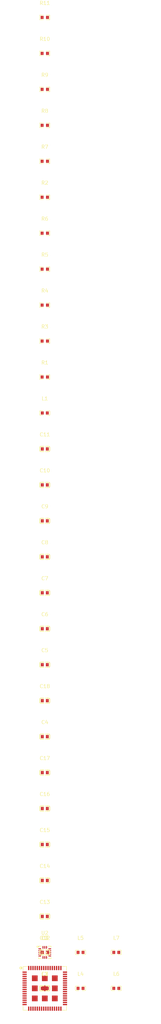
<source format=kicad_pcb>
(kicad_pcb (version 20241229) (generator "pcbnew") (generator_version "9.0")
  (layers (0 "F.Cu" signal) (2 "B.Cu" signal) (13 "F.Paste" user) (15 "B.Paste" user) (5 "F.SilkS" user "F.Silkscreen") (7 "B.SilkS" user "B.Silkscreen") (1 "F.Mask" user) (3 "B.Mask" user) (25 "Edge.Cuts" user))
  (net 0 "")
  (net 1 "PC13")
  (net 2 "PA2_UART2_TX")
  (net 3 "PA3_UART2_RX")
  (net 4 "PC0")
  (net 5 "VLXSMPS")
  (net 6 "PC6")
  (net 7 "PC4")
  (net 8 "CS")
  (net 9 "PB7_UART1_RX")
  (net 10 "INT1")
  (net 11 "VBAT")
  (net 12 "ADC3")
  (net 13 "INT2")
  (net 14 "PA4")
  (net 15 "PA5")
  (net 16 "PB9")
  (net 17 "ADC1")
  (net 18 "PB15")
  (net 19 "PA13")
  (net 20 "PB5")
  (net 21 "SDO_SA0")
  (net 22 "PC1")
  (net 23 "footprint-net-25")
  (net 24 "PA14")
  (net 25 "PC5")
  (net 26 "VREFpos")
  (net 27 "VFBSMPS")
  (net 28 "PB3")
  (net 29 "footprint-net-24")
  (net 30 "PB8")
  (net 31 "PB4")
  (net 32 "ADC2")
  (net 33 "PC3")
  (net 34 "RES")
  (net 35 "RF_OUT")
  (net 36 "PB1")
  (net 37 "PA10")
  (net 38 "footprint-net-23")
  (net 39 "PA7")
  (net 40 "PB13")
  (net 41 "PB10")
  (net 42 "footprint-net-22")
  (net 43 "PA6")
  (net 44 "footprint-net-21")
  (net 45 "footprint-net-20")
  (net 46 "PB14")
  (net 47 "VDDMPS")
  (net 48 "PB12")
  (net 49 "PA8")
  (net 50 "NRST")
  (net 51 "PC2")
  (net 52 "PA11")
  (net 53 "PA9")
  (net 54 "PB11")
  (net 55 "BOOT0")
  (net 56 "PB2")
  (net 57 "PA12")
  (net 58 "footprint-net-12")
  (net 59 "footprint-net-5")
  (net 60 "footprint-net-18")
  (net 61 "footprint-net-19")
  (net 62 "footprint-net-13")
  (net 63 "footprint-net-6")
  (net 64 "vcc")
  (net 65 "i2c_sda")
  (net 66 "gnd")
  (net 67 "footprint-net-7")
  (net 68 "footprint-net-0")
  (net 69 "i2c_scl")
  (net 70 "footprint-net-8")
  (net 71 "footprint-net-1")
  (net 72 "footprint-net-14")
  (net 73 "footprint-net-9")
  (net 74 "footprint-net-2")
  (net 75 "footprint-net-15")
  (net 76 "footprint-net-16")
  (net 77 "footprint-net-10")
  (net 78 "footprint-net-3")
  (net 79 "footprint-net-11")
  (net 80 "footprint-net-4")
  (net 81 "footprint-net-17")
  (net 82 "coil_b-net-2")
  (net 83 "coil_a-net-0")
  (net 84 "coil_b-net-3")
  (net 85 "coil_a-net-4")
  (net 86 "coil_a-net-1")
  (net 87 "coil_b-net-0")
  (net 88 "coil_a-net-5")
  (net 89 "coil_b-net-1")
  (net 90 "coil_b-net-5")
  (net 91 "coil_a-net-2")
  (net 92 "coil_b-net-4")
  (net 93 "coil_a-net-3")
  (footprint "UNI_ROYAL_0603WAF1002T5E:R0603" (layer "F.Cu") (at 0 -200)
    (property "Reference" "R5" (at 0 -4 0) (layer "F.SilkS"))
    (property "Value" "10kΩ ±1% 100mW")
    (fp_text user "${REFERENCE}" (at 0 -4 0) (layer "F.SilkS"))
    (pad "1" smd rect (at -0.75 0) (size 0.81 0.86) (layers "F.Cu" "F.Mask" "F.Paste") (net 70 "footprint-net-8"))
    (pad "2" smd rect (at 0.75 0) (size 0.81 0.86) (layers "F.Cu" "F.Mask" "F.Paste") (net 73 "footprint-net-9"))
  )
  (footprint "UNI_ROYAL_0603WAF1002T5E:R0603" (layer "F.Cu") (at 0 -180)
    (property "Reference" "R3" (at 0 -4 0) (layer "F.SilkS"))
    (property "Value" "10kΩ ±1% 100mW")
    (fp_text user "${REFERENCE}" (at 0 -4 0) (layer "F.SilkS"))
    (pad "1" smd rect (at -0.75 0) (size 0.81 0.86) (layers "F.Cu" "F.Mask" "F.Paste") (net 80 "footprint-net-4"))
    (pad "2" smd rect (at 0.75 0) (size 0.81 0.86) (layers "F.Cu" "F.Mask" "F.Paste") (net 59 "footprint-net-5"))
  )
  (footprint "UNI_ROYAL_0603WAF1002T5E:R0603" (layer "F.Cu") (at 0 -190)
    (property "Reference" "R4" (at 0 -4 0) (layer "F.SilkS"))
    (property "Value" "10kΩ ±1% 100mW")
    (fp_text user "${REFERENCE}" (at 0 -4 0) (layer "F.SilkS"))
    (pad "1" smd rect (at -0.75 0) (size 0.81 0.86) (layers "F.Cu" "F.Mask" "F.Paste") (net 63 "footprint-net-6"))
    (pad "2" smd rect (at 0.75 0) (size 0.81 0.86) (layers "F.Cu" "F.Mask" "F.Paste") (net 67 "footprint-net-7"))
  )
  (footprint "UNI_ROYAL_0603WAF1002T5E:R0603" (layer "F.Cu") (at 0 -220)
    (property "Reference" "R2" (at 0 -4 0) (layer "F.SilkS"))
    (property "Value" "10kΩ ±1% 100mW")
    (fp_text user "${REFERENCE}" (at 0 -4 0) (layer "F.SilkS"))
    (pad "1" smd rect (at -0.75 0) (size 0.81 0.86) (layers "F.Cu" "F.Mask" "F.Paste") (net 58 "footprint-net-12"))
    (pad "2" smd rect (at 0.75 0) (size 0.81 0.86) (layers "F.Cu" "F.Mask" "F.Paste") (net 62 "footprint-net-13"))
  )
  (footprint "YAGEO_CC0603KRX7R9BB104:C0603" (layer "F.Cu") (at 0 -80)
    (property "Reference" "C18" (at 0 -4 0) (layer "F.SilkS"))
    (property "Value" "100nF ±10% 50V X7R")
    (fp_text user "${REFERENCE}" (at 0 -4 0) (layer "F.SilkS"))
    (pad "1" smd rect (at -0.7 0) (size 0.8 0.9) (layers "F.Cu" "F.Mask" "F.Paste") (net 64 "vcc"))
    (pad "2" smd rect (at 0.7 0) (size 0.8 0.9) (layers "F.Cu" "F.Mask" "F.Paste") (net 66 "gnd"))
  )
  (footprint "FH_CBG160808U820T:L0603" (layer "F.Cu") (at 0 0)
    (property "Reference" "C1" (at 0 -4 0) (layer "F.SilkS"))
    (property "Value" "")
    (fp_text user "${REFERENCE}" (at 0 -4 0) (layer "F.SilkS"))
    (pad "1" smd rect (at -0.7 0 180) (size 0.8 0.86) (layers "F.Cu" "F.Mask" "F.Paste") (net 64 "vcc"))
    (pad "2" smd rect (at 0.7 0 180) (size 0.8 0.86) (layers "F.Cu" "F.Mask" "F.Paste") (net 66 "gnd"))
  )
  (footprint "YAGEO_CC0603KRX7R9BB104:C0603" (layer "F.Cu") (at 0 -40)
    (property "Reference" "C15" (at 0 -4 0) (layer "F.SilkS"))
    (property "Value" "100nF ±10% 50V X7R")
    (fp_text user "${REFERENCE}" (at 0 -4 0) (layer "F.SilkS"))
    (pad "1" smd rect (at -0.7 0) (size 0.8 0.9) (layers "F.Cu" "F.Mask" "F.Paste") (net 64 "vcc"))
    (pad "2" smd rect (at 0.7 0) (size 0.8 0.9) (layers "F.Cu" "F.Mask" "F.Paste") (net 66 "gnd"))
  )
  (footprint "YAGEO_CC0603KRX7R9BB104:C0603" (layer "F.Cu") (at 0 -110)
    (property "Reference" "C7" (at 0 -4 0) (layer "F.SilkS"))
    (property "Value" "100nF ±10% 50V X7R")
    (fp_text user "${REFERENCE}" (at 0 -4 0) (layer "F.SilkS"))
    (pad "1" smd rect (at -0.7 0) (size 0.8 0.9) (layers "F.Cu" "F.Mask" "F.Paste") (net 64 "vcc"))
    (pad "2" smd rect (at 0.7 0) (size 0.8 0.9) (layers "F.Cu" "F.Mask" "F.Paste") (net 66 "gnd"))
  )
  (footprint "YAGEO_CC0603KRX7R9BB104:C0603" (layer "F.Cu") (at 0 -130)
    (property "Reference" "C9" (at 0 -4 0) (layer "F.SilkS"))
    (property "Value" "100nF ±10% 50V X7R")
    (fp_text user "${REFERENCE}" (at 0 -4 0) (layer "F.SilkS"))
    (pad "1" smd rect (at -0.7 0) (size 0.8 0.9) (layers "F.Cu" "F.Mask" "F.Paste") (net 64 "vcc"))
    (pad "2" smd rect (at 0.7 0) (size 0.8 0.9) (layers "F.Cu" "F.Mask" "F.Paste") (net 66 "gnd"))
  )
  (footprint "UNI_ROYAL_0603WAF1002T5E:R0603" (layer "F.Cu") (at 0 -260)
    (property "Reference" "R10" (at 0 -4 0) (layer "F.SilkS"))
    (property "Value" "10kΩ ±1% 100mW")
    (fp_text user "${REFERENCE}" (at 0 -4 0) (layer "F.SilkS"))
    (pad "1" smd rect (at -0.75 0) (size 0.81 0.86) (layers "F.Cu" "F.Mask" "F.Paste") (net 76 "footprint-net-16"))
    (pad "2" smd rect (at 0.75 0) (size 0.81 0.86) (layers "F.Cu" "F.Mask" "F.Paste") (net 81 "footprint-net-17"))
  )
  (footprint "UNI_ROYAL_0603WAF1002T5E:R0603" (layer "F.Cu") (at 0 -210)
    (property "Reference" "R6" (at 0 -4 0) (layer "F.SilkS"))
    (property "Value" "10kΩ ±1% 100mW")
    (fp_text user "${REFERENCE}" (at 0 -4 0) (layer "F.SilkS"))
    (pad "1" smd rect (at -0.75 0) (size 0.81 0.86) (layers "F.Cu" "F.Mask" "F.Paste") (net 77 "footprint-net-10"))
    (pad "2" smd rect (at 0.75 0) (size 0.81 0.86) (layers "F.Cu" "F.Mask" "F.Paste") (net 79 "footprint-net-11"))
  )
  (footprint "UNI_ROYAL_0603WAF1002T5E:R0603" (layer "F.Cu") (at 0 -170)
    (property "Reference" "R1" (at 0 -4 0) (layer "F.SilkS"))
    (property "Value" "10kΩ ±1% 100mW")
    (fp_text user "${REFERENCE}" (at 0 -4 0) (layer "F.SilkS"))
    (pad "1" smd rect (at -0.75 0) (size 0.81 0.86) (layers "F.Cu" "F.Mask" "F.Paste") (net 74 "footprint-net-2"))
    (pad "2" smd rect (at 0.75 0) (size 0.81 0.86) (layers "F.Cu" "F.Mask" "F.Paste") (net 78 "footprint-net-3"))
  )
  (footprint "YAGEO_CC0603KRX7R9BB104:C0603" (layer "F.Cu") (at 0 -10)
    (property "Reference" "C12" (at 0 -4 0) (layer "F.SilkS"))
    (property "Value" "100nF ±10% 50V X7R")
    (fp_text user "${REFERENCE}" (at 0 -4 0) (layer "F.SilkS"))
    (pad "1" smd rect (at -0.7 0) (size 0.8 0.9) (layers "F.Cu" "F.Mask" "F.Paste") (net 64 "vcc"))
    (pad "2" smd rect (at 0.7 0) (size 0.8 0.9) (layers "F.Cu" "F.Mask" "F.Paste") (net 66 "gnd"))
  )
  (footprint "Murata_Electronics_LQM18FN100M00D:L0603" (layer "F.Cu") (at 10 0)
    (property "Reference" "L4" (at 0 -4 0) (layer "F.SilkS"))
    (property "Value" "10µH ±20% 30MHz 50mA 1.17Ω")
    (fp_text user "${REFERENCE}" (at 0 -4 0) (layer "F.SilkS"))
    (pad "1" smd rect (at -0.7 0 180) (size 0.8 0.86) (layers "F.Cu" "F.Mask" "F.Paste") (net 91 "coil_a-net-2"))
    (pad "2" smd rect (at 0.7 0 180) (size 0.8 0.86) (layers "F.Cu" "F.Mask" "F.Paste") (net 93 "coil_a-net-3"))
  )
  (footprint "YAGEO_CC0603KRX7R9BB104:C0603" (layer "F.Cu") (at 0 -150)
    (property "Reference" "C11" (at 0 -4 0) (layer "F.SilkS"))
    (property "Value" "100nF ±10% 50V X7R")
    (fp_text user "${REFERENCE}" (at 0 -4 0) (layer "F.SilkS"))
    (pad "1" smd rect (at -0.7 0) (size 0.8 0.9) (layers "F.Cu" "F.Mask" "F.Paste") (net 64 "vcc"))
    (pad "2" smd rect (at 0.7 0) (size 0.8 0.9) (layers "F.Cu" "F.Mask" "F.Paste") (net 66 "gnd"))
  )
  (footprint "Murata_Electronics_LQM18FN100M00D:L0603" (layer "F.Cu") (at 20 0)
    (property "Reference" "L6" (at 0 -4 0) (layer "F.SilkS"))
    (property "Value" "10µH ±20% 30MHz 50mA 1.17Ω")
    (fp_text user "${REFERENCE}" (at 0 -4 0) (layer "F.SilkS"))
    (pad "1" smd rect (at -0.7 0 180) (size 0.8 0.86) (layers "F.Cu" "F.Mask" "F.Paste") (net 85 "coil_a-net-4"))
    (pad "2" smd rect (at 0.7 0 180) (size 0.8 0.86) (layers "F.Cu" "F.Mask" "F.Paste") (net 88 "coil_a-net-5"))
  )
  (footprint "Murata_Electronics_LQM18FN100M00D:L0603" (layer "F.Cu") (at 10 -10)
    (property "Reference" "L5" (at 0 -4 0) (layer "F.SilkS"))
    (property "Value" "10µH ±20% 30MHz 50mA 1.17Ω")
    (fp_text user "${REFERENCE}" (at 0 -4 0) (layer "F.SilkS"))
    (pad "1" smd rect (at -0.7 0 180) (size 0.8 0.86) (layers "F.Cu" "F.Mask" "F.Paste") (net 82 "coil_b-net-2"))
    (pad "2" smd rect (at 0.7 0 180) (size 0.8 0.86) (layers "F.Cu" "F.Mask" "F.Paste") (net 84 "coil_b-net-3"))
  )
  (footprint "UNI_ROYAL_0603WAF1002T5E:R0603" (layer "F.Cu") (at 0 -230)
    (property "Reference" "R7" (at 0 -4 0) (layer "F.SilkS"))
    (property "Value" "10kΩ ±1% 100mW")
    (fp_text user "${REFERENCE}" (at 0 -4 0) (layer "F.SilkS"))
    (pad "1" smd rect (at -0.75 0) (size 0.81 0.86) (layers "F.Cu" "F.Mask" "F.Paste") (net 64 "vcc"))
    (pad "2" smd rect (at 0.75 0) (size 0.81 0.86) (layers "F.Cu" "F.Mask" "F.Paste") (net 65 "i2c_sda"))
  )
  (footprint "UNI_ROYAL_0603WAF1002T5E:R0603" (layer "F.Cu") (at 0 -270)
    (property "Reference" "R11" (at 0 -4 0) (layer "F.SilkS"))
    (property "Value" "10kΩ ±1% 100mW")
    (fp_text user "${REFERENCE}" (at 0 -4 0) (layer "F.SilkS"))
    (pad "1" smd rect (at -0.75 0) (size 0.81 0.86) (layers "F.Cu" "F.Mask" "F.Paste") (net 60 "footprint-net-18"))
    (pad "2" smd rect (at 0.75 0) (size 0.81 0.86) (layers "F.Cu" "F.Mask" "F.Paste") (net 61 "footprint-net-19"))
  )
  (footprint "STMicroelectronics_LIS3DHTR:LGA-16_L3.0-W3.0-P0.50-TL" (layer "F.Cu") (at 0 -10)
    (property "Reference" "U2" (at 0 -5.4 0) (layer "F.SilkS"))
    (property "Value" "")
    (fp_text user "${REFERENCE}" (at 0 -5.4 0) (layer "F.SilkS"))
    (pad "1" smd oval (at -1.4 -1) (size 0.8 0.28) (layers "F.Cu" "F.Mask" "F.Paste") (net 64 "vcc"))
    (pad "2" smd oval (at -1.4 -0.5) (size 0.8 0.28) (layers "F.Cu" "F.Mask" "F.Paste") (net 29 "footprint-net-24"))
    (pad "3" smd oval (at -1.4 0) (size 0.8 0.28) (layers "F.Cu" "F.Mask" "F.Paste") (net 23 "footprint-net-25"))
    (pad "4" smd oval (at -1.4 0.5) (size 0.8 0.28) (layers "F.Cu" "F.Mask" "F.Paste") (net 69 "i2c_scl"))
    (pad "5" smd oval (at -1.4 1) (size 0.8 0.28) (layers "F.Cu" "F.Mask" "F.Paste") (net 66 "gnd"))
    (pad "6" smd oval (at -0.5 1.4) (size 0.28 0.8) (layers "F.Cu" "F.Mask" "F.Paste") (net 65 "i2c_sda"))
    (pad "7" smd oval (at 0 1.4) (size 0.28 0.8) (layers "F.Cu" "F.Mask" "F.Paste") (net 21 "SDO_SA0"))
    (pad "8" smd oval (at 0.5 1.4) (size 0.28 0.8) (layers "F.Cu" "F.Mask" "F.Paste") (net 8 "CS"))
    (pad "9" smd oval (at 1.4 1) (size 0.8 0.28) (layers "F.Cu" "F.Mask" "F.Paste") (net 13 "INT2"))
    (pad "10" smd oval (at 1.4 0.5) (size 0.8 0.28) (layers "F.Cu" "F.Mask" "F.Paste") (net 34 "RES"))
    (pad "11" smd oval (at 1.4 0) (size 0.8 0.28) (layers "F.Cu" "F.Mask" "F.Paste") (net 10 "INT1"))
    (pad "12" smd oval (at 1.4 -0.5) (size 0.8 0.28) (layers "F.Cu" "F.Mask" "F.Paste") (net 66 "gnd"))
    (pad "13" smd oval (at 1.4 -1) (size 0.8 0.28) (layers "F.Cu" "F.Mask" "F.Paste") (net 12 "ADC3"))
    (pad "14" smd oval (at 0.5 -1.4) (size 0.28 0.8) (layers "F.Cu" "F.Mask" "F.Paste") (net 64 "vcc"))
    (pad "15" smd oval (at 0 -1.4) (size 0.28 0.8) (layers "F.Cu" "F.Mask" "F.Paste") (net 32 "ADC2"))
    (pad "16" smd oval (at -0.5 -1.4) (size 0.28 0.8) (layers "F.Cu" "F.Mask" "F.Paste") (net 17 "ADC1"))
  )
  (footprint "YAGEO_CC0603KRX7R9BB104:C0603" (layer "F.Cu") (at 0 0)
    (property "Reference" "C3" (at 0 -4 0) (layer "F.SilkS"))
    (property "Value" "100nF ±10% 50V X7R")
    (fp_text user "${REFERENCE}" (at 0 -4 0) (layer "F.SilkS"))
    (pad "1" smd rect (at -0.7 0) (size 0.8 0.9) (layers "F.Cu" "F.Mask" "F.Paste") (net 64 "vcc"))
    (pad "2" smd rect (at 0.7 0) (size 0.8 0.9) (layers "F.Cu" "F.Mask" "F.Paste") (net 66 "gnd"))
  )
  (footprint "YAGEO_CC0603KRX7R9BB104:C0603" (layer "F.Cu") (at 0 -140)
    (property "Reference" "C10" (at 0 -4 0) (layer "F.SilkS"))
    (property "Value" "100nF ±10% 50V X7R")
    (fp_text user "${REFERENCE}" (at 0 -4 0) (layer "F.SilkS"))
    (pad "1" smd rect (at -0.7 0) (size 0.8 0.9) (layers "F.Cu" "F.Mask" "F.Paste") (net 64 "vcc"))
    (pad "2" smd rect (at 0.7 0) (size 0.8 0.9) (layers "F.Cu" "F.Mask" "F.Paste") (net 66 "gnd"))
  )
  (footprint "YAGEO_CC0603KRX7R9BB104:C0603" (layer "F.Cu") (at 0 -70)
    (property "Reference" "C4" (at 0 -4 0) (layer "F.SilkS"))
    (property "Value" "100nF ±10% 50V X7R")
    (fp_text user "${REFERENCE}" (at 0 -4 0) (layer "F.SilkS"))
    (pad "1" smd rect (at -0.7 0) (size 0.8 0.9) (layers "F.Cu" "F.Mask" "F.Paste") (net 64 "vcc"))
    (pad "2" smd rect (at 0.7 0) (size 0.8 0.9) (layers "F.Cu" "F.Mask" "F.Paste") (net 66 "gnd"))
  )
  (footprint "YAGEO_CC0603KRX7R9BB104:C0603" (layer "F.Cu") (at 0 -120)
    (property "Reference" "C8" (at 0 -4 0) (layer "F.SilkS"))
    (property "Value" "100nF ±10% 50V X7R")
    (fp_text user "${REFERENCE}" (at 0 -4 0) (layer "F.SilkS"))
    (pad "1" smd rect (at -0.7 0) (size 0.8 0.9) (layers "F.Cu" "F.Mask" "F.Paste") (net 64 "vcc"))
    (pad "2" smd rect (at 0.7 0) (size 0.8 0.9) (layers "F.Cu" "F.Mask" "F.Paste") (net 66 "gnd"))
  )
  (footprint "YAGEO_CC0603KRX7R9BB104:C0603" (layer "F.Cu") (at 0 -50)
    (property "Reference" "C16" (at 0 -4 0) (layer "F.SilkS"))
    (property "Value" "100nF ±10% 50V X7R")
    (fp_text user "${REFERENCE}" (at 0 -4 0) (layer "F.SilkS"))
    (pad "1" smd rect (at -0.7 0) (size 0.8 0.9) (layers "F.Cu" "F.Mask" "F.Paste") (net 64 "vcc"))
    (pad "2" smd rect (at 0.7 0) (size 0.8 0.9) (layers "F.Cu" "F.Mask" "F.Paste") (net 66 "gnd"))
  )
  (footprint "RAKwireless_RAK3172_SIP_8_SM_NI:LGA-73_L12.0-W12.0-P0.60-TL" (layer "F.Cu") (at 0 0)
    (property "Reference" "U1" (at 0 -9.65 0) (layer "F.SilkS"))
    (property "Value" "")
    (fp_text user "${REFERENCE}" (at 0 -9.65 0) (layer "F.SilkS"))
    (pad "1" smd rect (at -5.65 -4.5) (size 1.17 0.37) (layers "F.Cu" "F.Mask" "F.Paste") (net 19 "PA13"))
    (pad "2" smd rect (at -5.65 -3.9) (size 1.17 0.37) (layers "F.Cu" "F.Mask" "F.Paste") (net 24 "PA14"))
    (pad "3" smd rect (at -5.65 -3.3) (size 1.17 0.37) (layers "F.Cu" "F.Mask" "F.Paste") (net 64 "vcc"))
    (pad "4" smd rect (at -5.65 -2.7) (size 1.17 0.37) (layers "F.Cu" "F.Mask" "F.Paste") (net 11 "VBAT"))
    (pad "5" smd rect (at -5.65 -2.1) (size 1.17 0.37) (layers "F.Cu" "F.Mask" "F.Paste") (net 1 "PC13"))
    (pad "6" smd rect (at -5.65 -1.5) (size 1.17 0.37) (layers "F.Cu" "F.Mask" "F.Paste") (net 26 "VREFpos"))
    (pad "7" smd rect (at -5.65 -0.9) (size 1.17 0.37) (layers "F.Cu" "F.Mask" "F.Paste") (net 64 "vcc"))
    (pad "8" smd rect (at -5.65 -0.3) (size 1.17 0.37) (layers "F.Cu" "F.Mask" "F.Paste") (net 69 "i2c_scl"))
    (pad "9" smd rect (at -5.65 0.3) (size 1.17 0.37) (layers "F.Cu" "F.Mask" "F.Paste") (net 18 "PB15"))
    (pad "10" smd rect (at -5.65 0.9) (size 1.17 0.37) (layers "F.Cu" "F.Mask" "F.Paste") (net 27 "VFBSMPS"))
    (pad "11" smd rect (at -5.65 1.5) (size 1.17 0.37) (layers "F.Cu" "F.Mask" "F.Paste") (net 47 "VDDMPS"))
    (pad "12" smd rect (at -5.65 2.1) (size 1.17 0.37) (layers "F.Cu" "F.Mask" "F.Paste") (net 66 "gnd"))
    (pad "13" smd rect (at -5.65 2.7) (size 1.17 0.37) (layers "F.Cu" "F.Mask" "F.Paste") (net 5 "VLXSMPS"))
    (pad "14" smd rect (at -5.65 3.3) (size 1.17 0.37) (layers "F.Cu" "F.Mask" "F.Paste") (net 28 "PB3"))
    (pad "15" smd rect (at -5.65 3.9) (size 1.17 0.37) (layers "F.Cu" "F.Mask" "F.Paste") (net 31 "PB4"))
    (pad "16" smd rect (at -5.65 4.5) (size 1.17 0.37) (layers "F.Cu" "F.Mask" "F.Paste") (net 20 "PB5"))
    (pad "17" smd rect (at -4.5 5.65) (size 0.37 1.17) (layers "F.Cu" "F.Mask" "F.Paste") (net 65 "i2c_sda"))
    (pad "18" smd rect (at -3.9 5.65) (size 0.37 1.17) (layers "F.Cu" "F.Mask" "F.Paste") (net 9 "PB7_UART1_RX"))
    (pad "19" smd rect (at -3.3 5.65) (size 0.37 1.17) (layers "F.Cu" "F.Mask" "F.Paste") (net 30 "PB8"))
    (pad "20" smd rect (at -2.7 5.65) (size 0.37 1.17) (layers "F.Cu" "F.Mask" "F.Paste") (net 16 "PB9"))
    (pad "21" smd rect (at -2.1 5.65) (size 0.37 1.17) (layers "F.Cu" "F.Mask" "F.Paste") (net 4 "PC0"))
    (pad "22" smd rect (at -1.5 5.65) (size 0.37 1.17) (layers "F.Cu" "F.Mask" "F.Paste") (net 22 "PC1"))
    (pad "23" smd rect (at -0.9 5.65) (size 0.37 1.17) (layers "F.Cu" "F.Mask" "F.Paste") (net 51 "PC2"))
    (pad "24" smd rect (at -0.3 5.65) (size 0.37 1.17) (layers "F.Cu" "F.Mask" "F.Paste") (net 33 "PC3"))
    (pad "25" smd rect (at 0.3 5.65) (size 0.37 1.17) (layers "F.Cu" "F.Mask" "F.Paste") (net 7 "PC4"))
    (pad "26" smd rect (at 0.9 5.65) (size 0.37 1.17) (layers "F.Cu" "F.Mask" "F.Paste") (net 25 "PC5"))
    (pad "27" smd rect (at 1.5 5.65) (size 0.37 1.17) (layers "F.Cu" "F.Mask" "F.Paste") (net 6 "PC6"))
    (pad "28" smd rect (at 2.1 5.65) (size 0.37 1.17) (layers "F.Cu" "F.Mask" "F.Paste") (net 66 "gnd"))
    (pad "29" smd rect (at 2.7 5.65) (size 0.37 1.17) (layers "F.Cu" "F.Mask" "F.Paste") (net 2 "PA2_UART2_TX"))
    (pad "30" smd rect (at 3.3 5.65) (size 0.37 1.17) (layers "F.Cu" "F.Mask" "F.Paste") (net 3 "PA3_UART2_RX"))
    (pad "31" smd rect (at 3.9 5.65) (size 0.37 1.17) (layers "F.Cu" "F.Mask" "F.Paste") (net 14 "PA4"))
    (pad "32" smd rect (at 4.5 5.65) (size 0.37 1.17) (layers "F.Cu" "F.Mask" "F.Paste") (net 15 "PA5"))
    (pad "33" smd rect (at 5.65 4.5) (size 1.17 0.37) (layers "F.Cu" "F.Mask" "F.Paste") (net 43 "PA6"))
    (pad "34" smd rect (at 5.65 3.9) (size 1.17 0.37) (layers "F.Cu" "F.Mask" "F.Paste") (net 39 "PA7"))
    (pad "35" smd rect (at 5.65 3.3) (size 1.17 0.37) (layers "F.Cu" "F.Mask" "F.Paste") (net 66 "gnd"))
    (pad "36" smd rect (at 5.65 2.7) (size 1.17 0.37) (layers "F.Cu" "F.Mask" "F.Paste") (net 66 "gnd"))
    (pad "37" smd rect (at 5.65 2.1) (size 1.17 0.37) (layers "F.Cu" "F.Mask" "F.Paste") (net 35 "RF_OUT"))
    (pad "38" smd rect (at 5.65 1.5) (size 1.17 0.37) (layers "F.Cu" "F.Mask" "F.Paste") (net 66 "gnd"))
    (pad "39" smd rect (at 5.65 0.9) (size 1.17 0.37) (layers "F.Cu" "F.Mask" "F.Paste") (net 66 "gnd"))
    (pad "40" smd rect (at 5.65 0.3) (size 1.17 0.37) (layers "F.Cu" "F.Mask" "F.Paste") (net 45 "footprint-net-20"))
    (pad "41" smd rect (at 5.65 -0.3) (size 1.17 0.37) (layers "F.Cu" "F.Mask" "F.Paste") (net 44 "footprint-net-21"))
    (pad "42" smd rect (at 5.65 -0.9) (size 1.17 0.37) (layers "F.Cu" "F.Mask" "F.Paste") (net 42 "footprint-net-22"))
    (pad "43" smd rect (at 5.65 -1.5) (size 1.17 0.37) (layers "F.Cu" "F.Mask" "F.Paste") (net 55 "BOOT0"))
    (pad "44" smd rect (at 5.65 -2.1) (size 1.17 0.37) (layers "F.Cu" "F.Mask" "F.Paste") (net 50 "NRST"))
    (pad "45" smd rect (at 5.65 -2.7) (size 1.17 0.37) (layers "F.Cu" "F.Mask" "F.Paste") (net 38 "footprint-net-23"))
    (pad "46" smd rect (at 5.65 -3.3) (size 1.17 0.37) (layers "F.Cu" "F.Mask" "F.Paste") (net 66 "gnd"))
    (pad "47" smd rect (at 5.65 -3.9) (size 1.17 0.37) (layers "F.Cu" "F.Mask" "F.Paste") (net 66 "gnd"))
    (pad "48" smd rect (at 5.65 -4.5) (size 1.17 0.37) (layers "F.Cu" "F.Mask" "F.Paste") (net 54 "PB11"))
    (pad "49" smd rect (at 4.5 -5.65) (size 0.37 1.17) (layers "F.Cu" "F.Mask" "F.Paste") (net 41 "PB10"))
    (pad "50" smd rect (at 3.9 -5.65) (size 0.37 1.17) (layers "F.Cu" "F.Mask" "F.Paste") (net 53 "PA9"))
    (pad "51" smd rect (at 3.3 -5.65) (size 0.37 1.17) (layers "F.Cu" "F.Mask" "F.Paste") (net 49 "PA8"))
    (pad "52" smd rect (at 2.7 -5.65) (size 0.37 1.17) (layers "F.Cu" "F.Mask" "F.Paste") (net 66 "gnd"))
    (pad "53" smd rect (at 2.1 -5.65) (size 0.37 1.17) (layers "F.Cu" "F.Mask" "F.Paste") (net 64 "vcc"))
    (pad "54" smd rect (at 1.5 -5.65) (size 0.37 1.17) (layers "F.Cu" "F.Mask" "F.Paste") (net 64 "vcc"))
    (pad "55" smd rect (at 0.9 -5.65) (size 0.37 1.17) (layers "F.Cu" "F.Mask" "F.Paste") (net 64 "vcc"))
    (pad "56" smd rect (at 0.3 -5.65) (size 0.37 1.17) (layers "F.Cu" "F.Mask" "F.Paste") (net 66 "gnd"))
    (pad "57" smd rect (at -0.3 -5.65) (size 0.37 1.17) (layers "F.Cu" "F.Mask" "F.Paste") (net 36 "PB1"))
    (pad "58" smd rect (at -0.9 -5.65) (size 0.37 1.17) (layers "F.Cu" "F.Mask" "F.Paste") (net 56 "PB2"))
    (pad "59" smd rect (at -1.5 -5.65) (size 0.37 1.17) (layers "F.Cu" "F.Mask" "F.Paste") (net 48 "PB12"))
    (pad "60" smd rect (at -2.1 -5.65) (size 0.37 1.17) (layers "F.Cu" "F.Mask" "F.Paste") (net 40 "PB13"))
    (pad "61" smd rect (at -2.7 -5.65) (size 0.37 1.17) (layers "F.Cu" "F.Mask" "F.Paste") (net 46 "PB14"))
    (pad "62" smd rect (at -3.3 -5.65) (size 0.37 1.17) (layers "F.Cu" "F.Mask" "F.Paste") (net 37 "PA10"))
    (pad "63" smd rect (at -3.9 -5.65) (size 0.37 1.17) (layers "F.Cu" "F.Mask" "F.Paste") (net 52 "PA11"))
    (pad "64" smd rect (at -4.5 -5.65) (size 0.37 1.17) (layers "F.Cu" "F.Mask" "F.Paste") (net 57 "PA12"))
    (pad "65" smd rect (at -2.8 -2.8) (size 1.6 1.6) (layers "F.Cu" "F.Mask" "F.Paste") (net 66 "gnd"))
    (pad "66" smd rect (at 0 -2.8) (size 1.6 1.6) (layers "F.Cu" "F.Mask" "F.Paste") (net 66 "gnd"))
    (pad "67" smd rect (at 2.8 -2.8) (size 1.6 1.6) (layers "F.Cu" "F.Mask" "F.Paste") (net 66 "gnd"))
    (pad "68" smd rect (at -2.8 0) (size 1.6 1.6) (layers "F.Cu" "F.Mask" "F.Paste") (net 66 "gnd"))
    (pad "69" smd rect (at 0 0) (size 1.6 1.6) (layers "F.Cu" "F.Mask" "F.Paste") (net 66 "gnd"))
    (pad "70" smd rect (at 2.8 0) (size 1.6 1.6) (layers "F.Cu" "F.Mask" "F.Paste") (net 66 "gnd"))
    (pad "71" smd rect (at -2.8 2.8) (size 1.6 1.6) (layers "F.Cu" "F.Mask" "F.Paste") (net 66 "gnd"))
    (pad "72" smd rect (at 0 2.8) (size 1.6 1.6) (layers "F.Cu" "F.Mask" "F.Paste") (net 66 "gnd"))
    (pad "73" smd rect (at 2.8 2.8) (size 1.6 1.6) (layers "F.Cu" "F.Mask" "F.Paste") (net 66 "gnd"))
  )
  (footprint "UNI_ROYAL_0603WAF1002T5E:R0603" (layer "F.Cu") (at 0 -250)
    (property "Reference" "R9" (at 0 -4 0) (layer "F.SilkS"))
    (property "Value" "10kΩ ±1% 100mW")
    (fp_text user "${REFERENCE}" (at 0 -4 0) (layer "F.SilkS"))
    (pad "1" smd rect (at -0.75 0) (size 0.81 0.86) (layers "F.Cu" "F.Mask" "F.Paste") (net 72 "footprint-net-14"))
    (pad "2" smd rect (at 0.75 0) (size 0.81 0.86) (layers "F.Cu" "F.Mask" "F.Paste") (net 75 "footprint-net-15"))
  )
  (footprint "YAGEO_CC0603KRX7R9BB104:C0603" (layer "F.Cu") (at 0 -30)
    (property "Reference" "C14" (at 0 -4 0) (layer "F.SilkS"))
    (property "Value" "100nF ±10% 50V X7R")
    (fp_text user "${REFERENCE}" (at 0 -4 0) (layer "F.SilkS"))
    (pad "1" smd rect (at -0.7 0) (size 0.8 0.9) (layers "F.Cu" "F.Mask" "F.Paste") (net 64 "vcc"))
    (pad "2" smd rect (at 0.7 0) (size 0.8 0.9) (layers "F.Cu" "F.Mask" "F.Paste") (net 66 "gnd"))
  )
  (footprint "YAGEO_CC0603KRX7R9BB104:C0603" (layer "F.Cu") (at 0 -60)
    (property "Reference" "C17" (at 0 -4 0) (layer "F.SilkS"))
    (property "Value" "100nF ±10% 50V X7R")
    (fp_text user "${REFERENCE}" (at 0 -4 0) (layer "F.SilkS"))
    (pad "1" smd rect (at -0.7 0) (size 0.8 0.9) (layers "F.Cu" "F.Mask" "F.Paste") (net 64 "vcc"))
    (pad "2" smd rect (at 0.7 0) (size 0.8 0.9) (layers "F.Cu" "F.Mask" "F.Paste") (net 66 "gnd"))
  )
  (footprint "YAGEO_CC0603KRX7R9BB104:C0603" (layer "F.Cu") (at 0 -90)
    (property "Reference" "C5" (at 0 -4 0) (layer "F.SilkS"))
    (property "Value" "100nF ±10% 50V X7R")
    (fp_text user "${REFERENCE}" (at 0 -4 0) (layer "F.SilkS"))
    (pad "1" smd rect (at -0.7 0) (size 0.8 0.9) (layers "F.Cu" "F.Mask" "F.Paste") (net 64 "vcc"))
    (pad "2" smd rect (at 0.7 0) (size 0.8 0.9) (layers "F.Cu" "F.Mask" "F.Paste") (net 66 "gnd"))
  )
  (footprint "Murata_Electronics_LQM18FN100M00D:L0603" (layer "F.Cu") (at 20 -10)
    (property "Reference" "L7" (at 0 -4 0) (layer "F.SilkS"))
    (property "Value" "10µH ±20% 30MHz 50mA 1.17Ω")
    (fp_text user "${REFERENCE}" (at 0 -4 0) (layer "F.SilkS"))
    (pad "1" smd rect (at -0.7 0 180) (size 0.8 0.86) (layers "F.Cu" "F.Mask" "F.Paste") (net 92 "coil_b-net-4"))
    (pad "2" smd rect (at 0.7 0 180) (size 0.8 0.86) (layers "F.Cu" "F.Mask" "F.Paste") (net 90 "coil_b-net-5"))
  )
  (footprint "Murata_Electronics_LQM18FN100M00D:L0603" (layer "F.Cu") (at 0 -160)
    (property "Reference" "L1" (at 0 -4 0) (layer "F.SilkS"))
    (property "Value" "10µH ±20% 30MHz 50mA 1.17Ω")
    (fp_text user "${REFERENCE}" (at 0 -4 0) (layer "F.SilkS"))
    (pad "1" smd rect (at -0.7 0 180) (size 0.8 0.86) (layers "F.Cu" "F.Mask" "F.Paste") (net 68 "footprint-net-0"))
    (pad "2" smd rect (at 0.7 0 180) (size 0.8 0.86) (layers "F.Cu" "F.Mask" "F.Paste") (net 71 "footprint-net-1"))
  )
  (footprint "Murata_Electronics_LQM18FN100M00D:L0603" (layer "F.Cu") (at 0 0)
    (property "Reference" "L2" (at 0 -4 0) (layer "F.SilkS"))
    (property "Value" "10µH ±20% 30MHz 50mA 1.17Ω")
    (fp_text user "${REFERENCE}" (at 0 -4 0) (layer "F.SilkS"))
    (pad "1" smd rect (at -0.7 0 180) (size 0.8 0.86) (layers "F.Cu" "F.Mask" "F.Paste") (net 83 "coil_a-net-0"))
    (pad "2" smd rect (at 0.7 0 180) (size 0.8 0.86) (layers "F.Cu" "F.Mask" "F.Paste") (net 86 "coil_a-net-1"))
  )
  (footprint "YAGEO_CC0603KRX7R9BB104:C0603" (layer "F.Cu") (at 0 -100)
    (property "Reference" "C6" (at 0 -4 0) (layer "F.SilkS"))
    (property "Value" "100nF ±10% 50V X7R")
    (fp_text user "${REFERENCE}" (at 0 -4 0) (layer "F.SilkS"))
    (pad "1" smd rect (at -0.7 0) (size 0.8 0.9) (layers "F.Cu" "F.Mask" "F.Paste") (net 64 "vcc"))
    (pad "2" smd rect (at 0.7 0) (size 0.8 0.9) (layers "F.Cu" "F.Mask" "F.Paste") (net 66 "gnd"))
  )
  (footprint "YAGEO_CC0603KRX7R9BB104:C0603" (layer "F.Cu") (at 0 -20)
    (property "Reference" "C13" (at 0 -4 0) (layer "F.SilkS"))
    (property "Value" "100nF ±10% 50V X7R")
    (fp_text user "${REFERENCE}" (at 0 -4 0) (layer "F.SilkS"))
    (pad "1" smd rect (at -0.7 0) (size 0.8 0.9) (layers "F.Cu" "F.Mask" "F.Paste") (net 64 "vcc"))
    (pad "2" smd rect (at 0.7 0) (size 0.8 0.9) (layers "F.Cu" "F.Mask" "F.Paste") (net 66 "gnd"))
  )
  (footprint "FH_CBG160808U820T:L0603" (layer "F.Cu") (at 0 -10)
    (property "Reference" "C2" (at 0 -4 0) (layer "F.SilkS"))
    (property "Value" "")
    (fp_text user "${REFERENCE}" (at 0 -4 0) (layer "F.SilkS"))
    (pad "1" smd rect (at -0.7 0 180) (size 0.8 0.86) (layers "F.Cu" "F.Mask" "F.Paste") (net 64 "vcc"))
    (pad "2" smd rect (at 0.7 0 180) (size 0.8 0.86) (layers "F.Cu" "F.Mask" "F.Paste") (net 66 "gnd"))
  )
  (footprint "UNI_ROYAL_0603WAF1002T5E:R0603" (layer "F.Cu") (at 0 -240)
    (property "Reference" "R8" (at 0 -4 0) (layer "F.SilkS"))
    (property "Value" "10kΩ ±1% 100mW")
    (fp_text user "${REFERENCE}" (at 0 -4 0) (layer "F.SilkS"))
    (pad "1" smd rect (at -0.75 0) (size 0.81 0.86) (layers "F.Cu" "F.Mask" "F.Paste") (net 64 "vcc"))
    (pad "2" smd rect (at 0.75 0) (size 0.81 0.86) (layers "F.Cu" "F.Mask" "F.Paste") (net 69 "i2c_scl"))
  )
  (footprint "Murata_Electronics_LQM18FN100M00D:L0603" (layer "F.Cu") (at 0 -10)
    (property "Reference" "L3" (at 0 -4 0) (layer "F.SilkS"))
    (property "Value" "10µH ±20% 30MHz 50mA 1.17Ω")
    (fp_text user "${REFERENCE}" (at 0 -4 0) (layer "F.SilkS"))
    (pad "1" smd rect (at -0.7 0 180) (size 0.8 0.86) (layers "F.Cu" "F.Mask" "F.Paste") (net 87 "coil_b-net-0"))
    (pad "2" smd rect (at 0.7 0 180) (size 0.8 0.86) (layers "F.Cu" "F.Mask" "F.Paste") (net 89 "coil_b-net-1"))
  )
)
</source>
